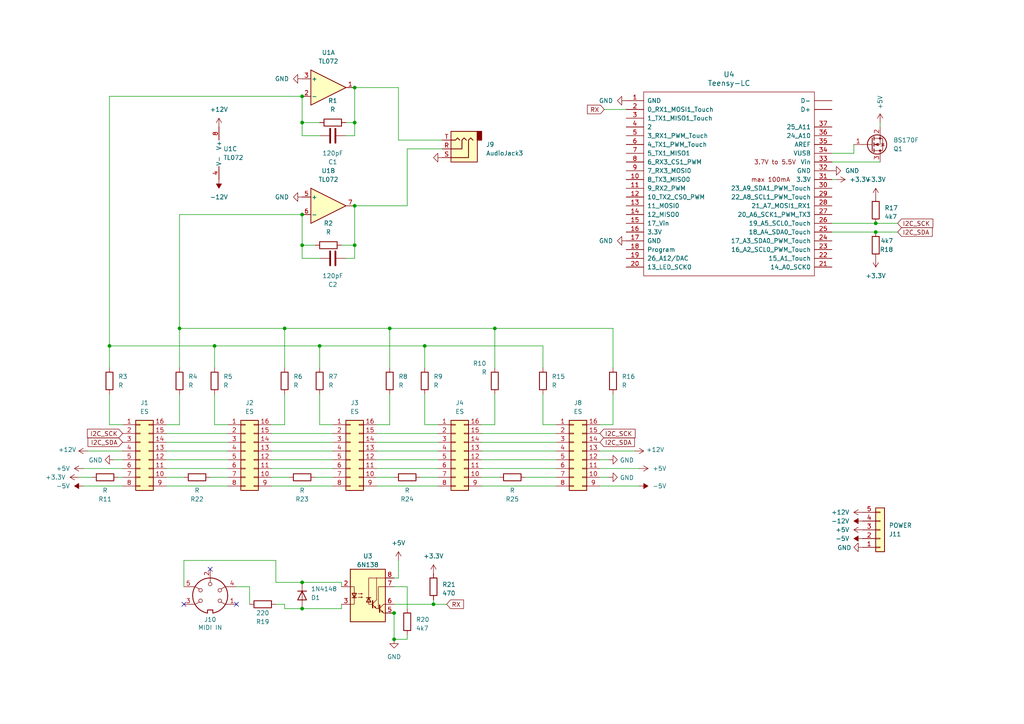
<source format=kicad_sch>
(kicad_sch (version 20230121) (generator eeschema)
  (paper "A4")
  (lib_symbols
    (symbol "Amplifier_Operational:TL072" (pin_names (offset 0.127))
      (property "Reference" "U" (at 0 5.08 0))
      (property "Value" "TL072" (at 0 -5.08 0))
      (symbol "TL072_1_1"
        (polyline (pts (xy -5.08 5.08) (xy 5.08 0) (xy -5.08 -5.08) (xy -5.08 5.08)) (stroke (width 0.254)) (fill (type background)))
        (pin output line (at 7.62 0 180) (length 2.54) (name "~") (number "1"))
        (pin input line (at -7.62 -2.54 0) (length 2.54) (name "-") (number "2"))
        (pin input line (at -7.62 2.54 0) (length 2.54) (name "+") (number "3"))
      )
      (symbol "TL072_2_1"
        (polyline (pts (xy -5.08 5.08) (xy 5.08 0) (xy -5.08 -5.08) (xy -5.08 5.08)) (stroke (width 0.254)) (fill (type background)))
        (pin input line (at -7.62 2.54 0) (length 2.54) (name "+") (number "5"))
        (pin input line (at -7.62 -2.54 0) (length 2.54) (name "-") (number "6"))
        (pin output line (at 7.62 0 180) (length 2.54) (name "~") (number "7"))
      )
      (symbol "TL072_3_1"
        (pin power_in line (at -2.54 -7.62 90) (length 3.81) (name "V-") (number "4"))
        (pin power_in line (at -2.54 7.62 270) (length 3.81) (name "V+") (number "8"))
      )
    )
    (symbol "Connector_Audio:AudioJack3"
      (property "Reference" "J" (at 0 8.89 0))
      (property "Value" "AudioJack3" (at 0 6.35 0))
      (symbol "AudioJack3_0_1"
        (rectangle (start -5.08 -5.08) (end -6.35 -2.54) (stroke (width 0.254)) (fill (type outline)))
        (polyline (pts (xy 0 -2.54) (xy 0.635 -3.175) (xy 1.27 -2.54) (xy 2.54 -2.54)) (stroke (width 0.254)))
        (polyline (pts (xy -1.905 -2.54) (xy -1.27 -3.175) (xy -0.635 -2.54) (xy -0.635 0) (xy 2.54 0)) (stroke (width 0.254)))
        (polyline (pts (xy 2.54 2.54) (xy -2.54 2.54) (xy -2.54 -2.54) (xy -3.175 -3.175) (xy -3.81 -2.54)) (stroke (width 0.254)))
        (rectangle (start 2.54 3.81) (end -5.08 -5.08) (stroke (width 0.254)) (fill (type background)))
      )
      (symbol "AudioJack3_1_1"
        (pin passive line (at 5.08 0 180) (length 2.54) (name "~") (number "R"))
        (pin passive line (at 5.08 2.54 180) (length 2.54) (name "~") (number "S"))
        (pin passive line (at 5.08 -2.54 180) (length 2.54) (name "~") (number "T"))
      )
    )
    (symbol "Connector_Generic:Conn_01x05" (pin_names (offset 1.016) hide)
      (property "Reference" "J" (at 0 7.62 0))
      (property "Value" "Conn_01x05" (at 0 -7.62 0))
      (symbol "Conn_01x05_1_1"
        (rectangle (start -1.27 -4.953) (end 0 -5.207) (stroke (width 0.1524)))
        (rectangle (start -1.27 -2.413) (end 0 -2.667) (stroke (width 0.1524)))
        (rectangle (start -1.27 0.127) (end 0 -0.127) (stroke (width 0.1524)))
        (rectangle (start -1.27 2.667) (end 0 2.413) (stroke (width 0.1524)))
        (rectangle (start -1.27 5.207) (end 0 4.953) (stroke (width 0.1524)))
        (rectangle (start -1.27 6.35) (end 1.27 -6.35) (stroke (width 0.254)) (fill (type background)))
        (pin passive line (at -5.08 5.08 0) (length 3.81) (name "Pin_1") (number "1"))
        (pin passive line (at -5.08 2.54 0) (length 3.81) (name "Pin_2") (number "2"))
        (pin passive line (at -5.08 0 0) (length 3.81) (name "Pin_3") (number "3"))
        (pin passive line (at -5.08 -2.54 0) (length 3.81) (name "Pin_4") (number "4"))
        (pin passive line (at -5.08 -5.08 0) (length 3.81) (name "Pin_5") (number "5"))
      )
    )
    (symbol "Connector_Generic:Conn_02x08_Counter_Clockwise" (pin_names (offset 1.016) hide)
      (property "Reference" "J" (at 1.27 10.16 0))
      (property "Value" "Conn_02x08_Counter_Clockwise" (at 1.27 -12.7 0))
      (symbol "Conn_02x08_Counter_Clockwise_1_1"
        (rectangle (start -1.27 -10.033) (end 0 -10.287) (stroke (width 0.1524)))
        (rectangle (start -1.27 -7.493) (end 0 -7.747) (stroke (width 0.1524)))
        (rectangle (start -1.27 -4.953) (end 0 -5.207) (stroke (width 0.1524)))
        (rectangle (start -1.27 -2.413) (end 0 -2.667) (stroke (width 0.1524)))
        (rectangle (start -1.27 0.127) (end 0 -0.127) (stroke (width 0.1524)))
        (rectangle (start -1.27 2.667) (end 0 2.413) (stroke (width 0.1524)))
        (rectangle (start -1.27 5.207) (end 0 4.953) (stroke (width 0.1524)))
        (rectangle (start -1.27 7.747) (end 0 7.493) (stroke (width 0.1524)))
        (rectangle (start -1.27 8.89) (end 3.81 -11.43) (stroke (width 0.254)) (fill (type background)))
        (rectangle (start 3.81 -10.033) (end 2.54 -10.287) (stroke (width 0.1524)))
        (rectangle (start 3.81 -7.493) (end 2.54 -7.747) (stroke (width 0.1524)))
        (rectangle (start 3.81 -4.953) (end 2.54 -5.207) (stroke (width 0.1524)))
        (rectangle (start 3.81 -2.413) (end 2.54 -2.667) (stroke (width 0.1524)))
        (rectangle (start 3.81 0.127) (end 2.54 -0.127) (stroke (width 0.1524)))
        (rectangle (start 3.81 2.667) (end 2.54 2.413) (stroke (width 0.1524)))
        (rectangle (start 3.81 5.207) (end 2.54 4.953) (stroke (width 0.1524)))
        (rectangle (start 3.81 7.747) (end 2.54 7.493) (stroke (width 0.1524)))
        (pin passive line (at -5.08 7.62 0) (length 3.81) (name "Pin_1") (number "1"))
        (pin passive line (at 7.62 -7.62 180) (length 3.81) (name "Pin_10") (number "10"))
        (pin passive line (at 7.62 -5.08 180) (length 3.81) (name "Pin_11") (number "11"))
        (pin passive line (at 7.62 -2.54 180) (length 3.81) (name "Pin_12") (number "12"))
        (pin passive line (at 7.62 0 180) (length 3.81) (name "Pin_13") (number "13"))
        (pin passive line (at 7.62 2.54 180) (length 3.81) (name "Pin_14") (number "14"))
        (pin passive line (at 7.62 5.08 180) (length 3.81) (name "Pin_15") (number "15"))
        (pin passive line (at 7.62 7.62 180) (length 3.81) (name "Pin_16") (number "16"))
        (pin passive line (at -5.08 5.08 0) (length 3.81) (name "Pin_2") (number "2"))
        (pin passive line (at -5.08 2.54 0) (length 3.81) (name "Pin_3") (number "3"))
        (pin passive line (at -5.08 0 0) (length 3.81) (name "Pin_4") (number "4"))
        (pin passive line (at -5.08 -2.54 0) (length 3.81) (name "Pin_5") (number "5"))
        (pin passive line (at -5.08 -5.08 0) (length 3.81) (name "Pin_6") (number "6"))
        (pin passive line (at -5.08 -7.62 0) (length 3.81) (name "Pin_7") (number "7"))
        (pin passive line (at -5.08 -10.16 0) (length 3.81) (name "Pin_8") (number "8"))
        (pin passive line (at 7.62 -10.16 180) (length 3.81) (name "Pin_9") (number "9"))
      )
    )
    (symbol "Device:C" (pin_numbers hide) (pin_names (offset 0.254))
      (property "Reference" "C" (at 0.635 2.54 0))
      (property "Value" "C" (at 0.635 -2.54 0))
      (symbol "C_0_1"
        (polyline (pts (xy -2.032 -0.762) (xy 2.032 -0.762)) (stroke (width 0.508)))
        (polyline (pts (xy -2.032 0.762) (xy 2.032 0.762)) (stroke (width 0.508)))
      )
      (symbol "C_1_1"
        (pin passive line (at 0 3.81 270) (length 2.794) (name "~") (number "1"))
        (pin passive line (at 0 -3.81 90) (length 2.794) (name "~") (number "2"))
      )
    )
    (symbol "Device:D" (pin_numbers hide) (pin_names (offset 1.016) hide)
      (property "Reference" "D" (at 0 2.54 0))
      (property "Value" "D" (at 0 -2.54 0))
      (symbol "D_0_1"
        (polyline (pts (xy -1.27 1.27) (xy -1.27 -1.27)) (stroke (width 0.254)))
        (polyline (pts (xy 1.27 0) (xy -1.27 0)))
        (polyline (pts (xy 1.27 1.27) (xy 1.27 -1.27) (xy -1.27 0) (xy 1.27 1.27)) (stroke (width 0.254)))
      )
      (symbol "D_1_1"
        (pin passive line (at -3.81 0 0) (length 2.54) (name "K") (number "1"))
        (pin passive line (at 3.81 0 180) (length 2.54) (name "A") (number "2"))
      )
    )
    (symbol "Device:R" (pin_numbers hide) (pin_names (offset 0))
      (property "Reference" "R" (at 2.032 0 90))
      (property "Value" "R" (at 0 0 90))
      (symbol "R_0_1"
        (rectangle (start -1.016 -2.54) (end 1.016 2.54) (stroke (width 0.254)))
      )
      (symbol "R_1_1"
        (pin passive line (at 0 3.81 270) (length 1.27) (name "~") (number "1"))
        (pin passive line (at 0 -3.81 90) (length 1.27) (name "~") (number "2"))
      )
    )
    (symbol "ES1-rescue:DIN-5-MIDI" (pin_names (offset 1.016))
      (property "Reference" "J" (at 3.175 5.715 0))
      (property "Value" "MIDI_DIN-5" (at 0 -6.35 0))
      (symbol "DIN-5-MIDI_0_1"
        (arc (start -5.08 0) (mid -3.8609 -3.3364) (end -0.762 -5.08) (stroke (width 0.254)))
        (circle (center -2.794 -1.524) (radius 0.508))
        (circle (center -2.794 1.524) (radius 0.508))
        (polyline (pts (xy 0 5.08) (xy 0 3.81)))
        (polyline (pts (xy -5.08 -2.54) (xy -4.318 -2.54) (xy -3.175 -1.905)))
        (polyline (pts (xy -5.08 2.54) (xy -4.318 2.54) (xy -3.175 1.905)))
        (polyline (pts (xy 5.08 -2.54) (xy 4.318 -2.54) (xy 3.175 -1.905)))
        (polyline (pts (xy 5.08 2.54) (xy 4.318 2.54) (xy 3.175 1.905)))
        (polyline (pts (xy -0.762 -4.953) (xy -0.762 -4.191) (xy 0.762 -4.191) (xy 0.762 -4.953)) (stroke (width 0.254)))
        (circle (center 0 3.302) (radius 0.508))
        (arc (start 0.762 -5.08) (mid 3.8685 -3.343) (end 5.08 0) (stroke (width 0.254)))
        (circle (center 2.794 -1.524) (radius 0.508))
        (circle (center 2.794 1.524) (radius 0.508))
        (arc (start 5.08 0) (mid 0 5.0579) (end -5.08 0) (stroke (width 0.254)))
      )
      (symbol "DIN-5-MIDI_1_1"
        (pin passive line (at 7.62 -2.54 180) (length 2.54) (name "~") (number "1"))
        (pin passive line (at 0 7.62 270) (length 2.54) (name "~") (number "2"))
        (pin passive line (at -7.62 -2.54 0) (length 2.54) (name "~") (number "3"))
        (pin passive line (at 7.62 2.54 180) (length 2.54) (name "~") (number "4"))
        (pin passive line (at -7.62 2.54 0) (length 2.54) (name "~") (number "5"))
      )
    )
    (symbol "Isolator:6N138" (pin_names (offset 1.016) hide)
      (property "Reference" "U" (at -4.064 8.89 0))
      (property "Value" "6N138" (at 2.286 8.89 0))
      (symbol "6N138_0_1"
        (rectangle (start -5.08 7.62) (end 5.08 -7.62) (stroke (width 0.254)) (fill (type background)))
        (polyline (pts (xy -4.572 -0.635) (xy -3.302 -0.635)) (stroke (width 0.254)))
        (polyline (pts (xy 0.889 -0.635) (xy -0.381 -0.635)) (stroke (width 0.254)))
        (polyline (pts (xy 1.397 -2.667) (xy 2.54 -3.81)))
        (polyline (pts (xy 1.397 -2.413) (xy 2.54 -1.27)))
        (polyline (pts (xy 2.54 -3.81) (xy 3.175 -3.81)))
        (polyline (pts (xy 3.429 -3.937) (xy 4.572 -5.08)))
        (polyline (pts (xy 3.429 -3.683) (xy 4.572 -2.54)))
        (polyline (pts (xy 4.572 -5.08) (xy 5.08 -5.08)))
        (polyline (pts (xy 4.572 -2.54) (xy 5.08 -2.54)))
        (polyline (pts (xy 1.397 -1.524) (xy 1.397 -3.556) (xy 1.397 -3.556)) (stroke (width 0.3556)))
        (polyline (pts (xy 2.54 -1.27) (xy 2.54 5.08) (xy 5.08 5.08)))
        (polyline (pts (xy 3.429 -2.794) (xy 3.429 -4.826) (xy 3.429 -4.826)) (stroke (width 0.3556)))
        (polyline (pts (xy 5.08 2.54) (xy 3.048 2.54) (xy 3.048 -3.81)))
        (polyline (pts (xy -5.08 -2.54) (xy -3.937 -2.54) (xy -3.937 2.54) (xy -5.08 2.54)))
        (polyline (pts (xy -3.937 -0.635) (xy -4.572 0.635) (xy -3.302 0.635) (xy -3.937 -0.635)) (stroke (width 0.254)))
        (polyline (pts (xy 0.254 -0.635) (xy 0.889 -1.905) (xy -0.381 -1.905) (xy 0.254 -0.635)) (stroke (width 0.254)))
        (polyline (pts (xy 1.27 -2.54) (xy 0.254 -2.54) (xy 0.254 5.08) (xy 2.54 5.08)))
        (polyline (pts (xy 2.413 -3.683) (xy 2.159 -3.175) (xy 1.905 -3.429) (xy 2.413 -3.683)))
        (polyline (pts (xy 4.445 -4.953) (xy 4.191 -4.445) (xy 3.937 -4.699) (xy 4.445 -4.953)))
        (polyline (pts (xy -2.794 -0.508) (xy -1.524 -0.508) (xy -1.905 -0.635) (xy -1.905 -0.381) (xy -1.524 -0.508)))
        (polyline (pts (xy -2.794 0.508) (xy -1.524 0.508) (xy -1.905 0.381) (xy -1.905 0.635) (xy -1.524 0.508)))
      )
      (symbol "6N138_1_1"
        (pin no_connect line (at -5.08 5.08 0) (length 2.54) hide (name "NC") (number "1"))
        (pin passive line (at -7.62 2.54 0) (length 2.54) (name "C1") (number "2"))
        (pin passive line (at -7.62 -2.54 0) (length 2.54) (name "C2") (number "3"))
        (pin no_connect line (at -5.08 -5.08 0) (length 2.54) hide (name "NC") (number "4"))
        (pin passive line (at 7.62 -5.08 180) (length 2.54) (name "GND") (number "5"))
        (pin passive line (at 7.62 -2.54 180) (length 2.54) (name "VO2") (number "6"))
        (pin passive line (at 7.62 2.54 180) (length 2.54) (name "VO1") (number "7"))
        (pin passive line (at 7.62 5.08 180) (length 2.54) (name "VCC") (number "8"))
      )
    )
    (symbol "Transistor_FET:BS170F" (pin_names hide)
      (property "Reference" "Q" (at 5.08 1.905 0))
      (property "Value" "BS170F" (at 5.08 0 0))
      (symbol "BS170F_0_1"
        (polyline (pts (xy 0.254 0) (xy -2.54 0)))
        (polyline (pts (xy 0.254 1.905) (xy 0.254 -1.905)) (stroke (width 0.254)))
        (polyline (pts (xy 0.762 -1.27) (xy 0.762 -2.286)) (stroke (width 0.254)))
        (polyline (pts (xy 0.762 0.508) (xy 0.762 -0.508)) (stroke (width 0.254)))
        (polyline (pts (xy 0.762 2.286) (xy 0.762 1.27)) (stroke (width 0.254)))
        (polyline (pts (xy 2.54 2.54) (xy 2.54 1.778)))
        (polyline (pts (xy 2.54 -2.54) (xy 2.54 0) (xy 0.762 0)))
        (polyline (pts (xy 0.762 -1.778) (xy 3.302 -1.778) (xy 3.302 1.778) (xy 0.762 1.778)))
        (polyline (pts (xy 1.016 0) (xy 2.032 0.381) (xy 2.032 -0.381) (xy 1.016 0)) (fill (type outline)))
        (polyline (pts (xy 2.794 0.508) (xy 2.921 0.381) (xy 3.683 0.381) (xy 3.81 0.254)))
        (polyline (pts (xy 3.302 0.381) (xy 2.921 -0.254) (xy 3.683 -0.254) (xy 3.302 0.381)))
        (circle (center 1.651 0) (radius 2.794) (stroke (width 0.254)))
        (circle (center 2.54 -1.778) (radius 0.254) (fill (type outline)))
        (circle (center 2.54 1.778) (radius 0.254) (fill (type outline)))
      )
      (symbol "BS170F_1_1"
        (pin input line (at -5.08 0 0) (length 2.54) (name "G") (number "1"))
        (pin passive line (at 2.54 -5.08 90) (length 2.54) (name "S") (number "2"))
        (pin passive line (at 2.54 5.08 270) (length 2.54) (name "D") (number "3"))
      )
    )
    (symbol "power:+12V" (power) (pin_names (offset 0))
      (property "Value" "+12V" (at 0 3.556 0))
      (symbol "+12V_0_1"
        (polyline (pts (xy -0.762 1.27) (xy 0 2.54)))
        (polyline (pts (xy 0 0) (xy 0 2.54)))
        (polyline (pts (xy 0 2.54) (xy 0.762 1.27)))
      )
      (symbol "+12V_1_1"
        (pin power_in line (at 0 0 90) (length 0) hide (name "+12V") (number "1"))
      )
    )
    (symbol "power:+3.3V" (power) (pin_names (offset 0))
      (property "Value" "+3.3V" (at 0 3.556 0))
      (symbol "+3.3V_0_1"
        (polyline (pts (xy -0.762 1.27) (xy 0 2.54)))
        (polyline (pts (xy 0 0) (xy 0 2.54)))
        (polyline (pts (xy 0 2.54) (xy 0.762 1.27)))
      )
      (symbol "+3.3V_1_1"
        (pin power_in line (at 0 0 90) (length 0) hide (name "+3.3V") (number "1"))
      )
    )
    (symbol "power:+5V" (power) (pin_names (offset 0))
      (property "Value" "+5V" (at 0 3.556 0))
      (symbol "+5V_0_1"
        (polyline (pts (xy -0.762 1.27) (xy 0 2.54)))
        (polyline (pts (xy 0 0) (xy 0 2.54)))
        (polyline (pts (xy 0 2.54) (xy 0.762 1.27)))
      )
      (symbol "+5V_1_1"
        (pin power_in line (at 0 0 90) (length 0) hide (name "+5V") (number "1"))
      )
    )
    (symbol "power:-12V" (power) (pin_names (offset 0))
      (property "Value" "-12V" (at 0 3.81 0))
      (symbol "-12V_0_0"
        (pin power_in line (at 0 0 90) (length 0) hide (name "-12V") (number "1"))
      )
      (symbol "-12V_0_1"
        (polyline (pts (xy 0 0) (xy 0 1.27) (xy 0.762 1.27) (xy 0 2.54) (xy -0.762 1.27) (xy 0 1.27)) (fill (type outline)))
      )
    )
    (symbol "power:-5V" (power) (pin_names (offset 0))
      (property "Value" "-5V" (at 0 3.81 0))
      (symbol "-5V_0_0"
        (pin power_in line (at 0 0 90) (length 0) hide (name "-5V") (number "1"))
      )
      (symbol "-5V_0_1"
        (polyline (pts (xy 0 0) (xy 0 1.27) (xy 0.762 1.27) (xy 0 2.54) (xy -0.762 1.27) (xy 0 1.27)) (fill (type outline)))
      )
    )
    (symbol "power:GND" (power) (pin_names (offset 0))
      (property "Value" "GND" (at 0 -3.81 0))
      (symbol "GND_0_1"
        (polyline (pts (xy 0 0) (xy 0 -1.27) (xy 1.27 -1.27) (xy 0 -2.54) (xy -1.27 -1.27) (xy 0 -1.27)))
      )
      (symbol "GND_1_1"
        (pin power_in line (at 0 0 270) (length 0) hide (name "GND") (number "1"))
      )
    )
    (symbol "teensy:Teensy-LC" (pin_names (offset 1.016))
      (property "Reference" "U" (at 0 29.21 0))
      (property "Value" "Teensy-LC" (at 0 -29.21 0))
      (symbol "Teensy-LC_0_0"
        (text "3.7V to 5.5V" (at 13.97 6.35 0) (effects (font (size 1.27 1.27))))
        (text "max 100mA" (at 12.7 1.27 0) (effects (font (size 1.27 1.27))))
      )
      (symbol "Teensy-LC_0_1"
        (rectangle (start -24.13 26.67) (end 25.4 -26.67))
      )
      (symbol "Teensy-LC_1_1"
        (pin power_in line (at -29.21 24.13 0) (length 5.08) (name "GND") (number "1"))
        (pin bidirectional line (at -29.21 1.27 0) (length 5.08) (name "8_TX3_MISO0") (number "10"))
        (pin bidirectional line (at -29.21 -1.27 0) (length 5.08) (name "9_RX2_PWM") (number "11"))
        (pin bidirectional line (at -29.21 -3.81 0) (length 5.08) (name "10_TX2_CS0_PWM") (number "12"))
        (pin bidirectional line (at -29.21 -6.35 0) (length 5.08) (name "11_MOSI0") (number "13"))
        (pin bidirectional line (at -29.21 -8.89 0) (length 5.08) (name "12_MISO0") (number "14"))
        (pin output line (at -29.21 -11.43 0) (length 5.08) (name "17_Vin") (number "15"))
        (pin power_in line (at -29.21 -13.97 0) (length 5.08) (name "3.3V") (number "16"))
        (pin power_in line (at -29.21 -16.51 0) (length 5.08) (name "GND") (number "17"))
        (pin input line (at -29.21 -19.05 0) (length 5.08) (name "Program") (number "18"))
        (pin bidirectional line (at -29.21 -21.59 0) (length 5.08) (name "26_A12/DAC") (number "19"))
        (pin bidirectional line (at -29.21 21.59 0) (length 5.08) (name "0_RX1_MOSI1_Touch") (number "2"))
        (pin bidirectional line (at -29.21 -24.13 0) (length 5.08) (name "13_LED_SCK0") (number "20"))
        (pin bidirectional line (at 30.48 -24.13 180) (length 5.08) (name "14_A0_SCK0") (number "21"))
        (pin bidirectional line (at 30.48 -21.59 180) (length 5.08) (name "15_A1_Touch") (number "22"))
        (pin bidirectional line (at 30.48 -19.05 180) (length 5.08) (name "16_A2_SCL0_PWM_Touch") (number "23"))
        (pin bidirectional line (at 30.48 -16.51 180) (length 5.08) (name "17_A3_SDA0_PWM_Touch") (number "24"))
        (pin bidirectional line (at 30.48 -13.97 180) (length 5.08) (name "18_A4_SDA0_Touch") (number "25"))
        (pin bidirectional line (at 30.48 -11.43 180) (length 5.08) (name "19_A5_SCL0_Touch") (number "26"))
        (pin bidirectional line (at 30.48 -8.89 180) (length 5.08) (name "20_A6_SCK1_PWM_TX3") (number "27"))
        (pin bidirectional line (at 30.48 -6.35 180) (length 5.08) (name "21_A7_MOSI1_RX1") (number "28"))
        (pin bidirectional line (at 30.48 -3.81 180) (length 5.08) (name "22_A8_SCL1_PWM_Touch") (number "29"))
        (pin bidirectional line (at -29.21 19.05 0) (length 5.08) (name "1_TX1_MISO1_Touch") (number "3"))
        (pin bidirectional line (at 30.48 -1.27 180) (length 5.08) (name "23_A9_SDA1_PWM_Touch") (number "30"))
        (pin power_out line (at 30.48 1.27 180) (length 5.08) (name "3.3V") (number "31"))
        (pin power_in line (at 30.48 3.81 180) (length 5.08) (name "GND") (number "32"))
        (pin power_in line (at 30.48 6.35 180) (length 5.08) (name "Vin") (number "33"))
        (pin power_in line (at 30.48 8.89 180) (length 5.08) (name "VUSB") (number "34"))
        (pin input line (at 30.48 11.43 180) (length 5.08) (name "AREF") (number "35"))
        (pin bidirectional line (at 30.48 13.97 180) (length 5.08) (name "24_A10") (number "36"))
        (pin bidirectional line (at 30.48 16.51 180) (length 5.08) (name "25_A11") (number "37"))
        (pin bidirectional line (at -29.21 16.51 0) (length 5.08) (name "2") (number "4"))
        (pin bidirectional line (at -29.21 13.97 0) (length 5.08) (name "3_RX1_PWM_Touch") (number "5"))
        (pin bidirectional line (at -29.21 11.43 0) (length 5.08) (name "4_TX1_PWM_Touch") (number "6"))
        (pin bidirectional line (at -29.21 8.89 0) (length 5.08) (name "5_TX1_MISO1") (number "7"))
        (pin bidirectional line (at -29.21 6.35 0) (length 5.08) (name "6_RX3_CS1_PWM") (number "8"))
        (pin bidirectional line (at -29.21 3.81 0) (length 5.08) (name "7_RX3_MOSI0") (number "9"))
        (pin bidirectional line (at 30.48 21.59 180) (length 5.08) (name "D+") (number "~"))
        (pin bidirectional line (at 30.48 24.13 180) (length 5.08) (name "D-") (number "~"))
      )
    )
  )
  (junction (at 143.51 95.25))
  (junction (at 62.23 100.33))
  (junction (at 123.19 100.33))
  (junction (at 113.03 95.25))
  (junction (at 102.87 35.56))
  (junction (at 102.87 59.69))
  (junction (at 52.07 95.25))
  (junction (at 102.87 25.4))
  (junction (at 254 67.31))
  (junction (at 87.63 71.12))
  (junction (at 254 64.77))
  (junction (at 114.3 185.42))
  (junction (at 87.63 176.53))
  (junction (at 87.63 168.91))
  (junction (at 102.87 71.12))
  (junction (at 87.63 62.23))
  (junction (at 82.55 95.25))
  (junction (at 125.73 175.26))
  (junction (at 87.63 35.56))
  (junction (at 87.63 27.94))
  (junction (at 31.75 100.33))
  (junction (at 114.3 177.8))
  (junction (at 92.71 100.33))
  (no_connect (at 68.58 175.26))
  (no_connect (at 53.34 175.26))
  (no_connect (at 60.96 165.1))
  (wire (pts (xy 139.7 135.89) (xy 161.29 135.89)))
  (wire (pts (xy 260.35 64.77) (xy 254 64.77)))
  (wire (pts (xy 143.51 95.25) (xy 143.51 106.68)))
  (wire (pts (xy 92.71 100.33) (xy 123.19 100.33)))
  (wire (pts (xy 255.27 36.83) (xy 255.27 35.56)))
  (wire (pts (xy 92.71 100.33) (xy 92.71 106.68)))
  (wire (pts (xy 127 123.19) (xy 123.19 123.19)))
  (wire (pts (xy 118.11 184.15) (xy 118.11 185.42)))
  (wire (pts (xy 102.87 25.4) (xy 115.57 25.4)))
  (wire (pts (xy 176.53 133.35) (xy 173.99 133.35)))
  (wire (pts (xy 100.33 74.93) (xy 102.87 74.93)))
  (wire (pts (xy 247.65 44.45) (xy 247.65 41.91)))
  (wire (pts (xy 115.57 40.64) (xy 128.27 40.64)))
  (wire (pts (xy 87.63 74.93) (xy 87.63 71.12)))
  (wire (pts (xy 96.52 123.19) (xy 92.71 123.19)))
  (wire (pts (xy 114.3 175.26) (xy 125.73 175.26)))
  (wire (pts (xy 82.55 175.26) (xy 80.01 175.26)))
  (wire (pts (xy 52.07 95.25) (xy 52.07 62.23)))
  (wire (pts (xy 173.99 123.19) (xy 177.8 123.19)))
  (wire (pts (xy 92.71 35.56) (xy 87.63 35.56)))
  (wire (pts (xy 113.03 123.19) (xy 113.03 114.3)))
  (wire (pts (xy 115.57 167.64) (xy 114.3 167.64)))
  (wire (pts (xy 52.07 123.19) (xy 52.07 114.3)))
  (wire (pts (xy 25.4 130.81) (xy 35.56 130.81)))
  (wire (pts (xy 91.44 138.43) (xy 96.52 138.43)))
  (wire (pts (xy 241.3 46.99) (xy 255.27 46.99)))
  (wire (pts (xy 78.74 125.73) (xy 96.52 125.73)))
  (wire (pts (xy 62.23 123.19) (xy 62.23 114.3)))
  (wire (pts (xy 113.03 95.25) (xy 143.51 95.25)))
  (wire (pts (xy 48.26 135.89) (xy 66.04 135.89)))
  (wire (pts (xy 87.63 35.56) (xy 87.63 27.94)))
  (wire (pts (xy 48.26 130.81) (xy 66.04 130.81)))
  (wire (pts (xy 87.63 176.53) (xy 82.55 176.53)))
  (wire (pts (xy 139.7 123.19) (xy 143.51 123.19)))
  (wire (pts (xy 78.74 130.81) (xy 96.52 130.81)))
  (wire (pts (xy 87.63 71.12) (xy 87.63 62.23)))
  (wire (pts (xy 99.06 168.91) (xy 99.06 170.18)))
  (wire (pts (xy 102.87 35.56) (xy 100.33 35.56)))
  (wire (pts (xy 177.8 106.68) (xy 177.8 95.25)))
  (wire (pts (xy 53.34 170.18) (xy 53.34 162.56)))
  (wire (pts (xy 123.19 100.33) (xy 157.48 100.33)))
  (wire (pts (xy 109.22 128.27) (xy 127 128.27)))
  (wire (pts (xy 139.7 125.73) (xy 161.29 125.73)))
  (wire (pts (xy 109.22 138.43) (xy 114.3 138.43)))
  (wire (pts (xy 92.71 39.37) (xy 87.63 39.37)))
  (wire (pts (xy 118.11 43.18) (xy 128.27 43.18)))
  (wire (pts (xy 82.55 176.53) (xy 82.55 175.26)))
  (wire (pts (xy 52.07 106.68) (xy 52.07 95.25)))
  (wire (pts (xy 102.87 71.12) (xy 99.06 71.12)))
  (wire (pts (xy 109.22 133.35) (xy 127 133.35)))
  (wire (pts (xy 143.51 123.19) (xy 143.51 114.3)))
  (wire (pts (xy 48.26 123.19) (xy 52.07 123.19)))
  (wire (pts (xy 87.63 168.91) (xy 99.06 168.91)))
  (wire (pts (xy 48.26 128.27) (xy 66.04 128.27)))
  (wire (pts (xy 102.87 59.69) (xy 118.11 59.69)))
  (wire (pts (xy 82.55 95.25) (xy 82.55 106.68)))
  (wire (pts (xy 175.26 31.75) (xy 181.61 31.75)))
  (wire (pts (xy 254 64.77) (xy 241.3 64.77)))
  (wire (pts (xy 185.42 140.97) (xy 173.99 140.97)))
  (wire (pts (xy 22.86 138.43) (xy 26.67 138.43)))
  (wire (pts (xy 113.03 177.8) (xy 114.3 177.8)))
  (wire (pts (xy 254 67.31) (xy 241.3 67.31)))
  (wire (pts (xy 118.11 43.18) (xy 118.11 59.69)))
  (wire (pts (xy 78.74 138.43) (xy 83.82 138.43)))
  (wire (pts (xy 109.22 140.97) (xy 127 140.97)))
  (wire (pts (xy 80.01 162.56) (xy 80.01 168.91)))
  (wire (pts (xy 48.26 125.73) (xy 66.04 125.73)))
  (wire (pts (xy 100.33 39.37) (xy 102.87 39.37)))
  (wire (pts (xy 82.55 95.25) (xy 113.03 95.25)))
  (wire (pts (xy 82.55 123.19) (xy 82.55 114.3)))
  (wire (pts (xy 34.29 138.43) (xy 35.56 138.43)))
  (wire (pts (xy 260.35 67.31) (xy 254 67.31)))
  (wire (pts (xy 102.87 39.37) (xy 102.87 35.56)))
  (wire (pts (xy 78.74 128.27) (xy 96.52 128.27)))
  (wire (pts (xy 31.75 100.33) (xy 31.75 27.94)))
  (wire (pts (xy 109.22 130.81) (xy 127 130.81)))
  (wire (pts (xy 115.57 25.4) (xy 115.57 40.64)))
  (wire (pts (xy 109.22 135.89) (xy 127 135.89)))
  (wire (pts (xy 78.74 135.89) (xy 96.52 135.89)))
  (wire (pts (xy 139.7 138.43) (xy 144.78 138.43)))
  (wire (pts (xy 123.19 123.19) (xy 123.19 114.3)))
  (wire (pts (xy 31.75 27.94) (xy 87.63 27.94)))
  (wire (pts (xy 99.06 175.26) (xy 99.06 176.53)))
  (wire (pts (xy 92.71 74.93) (xy 87.63 74.93)))
  (wire (pts (xy 121.92 138.43) (xy 127 138.43)))
  (wire (pts (xy 114.3 185.42) (xy 118.11 185.42)))
  (wire (pts (xy 92.71 123.19) (xy 92.71 114.3)))
  (wire (pts (xy 87.63 39.37) (xy 87.63 35.56)))
  (wire (pts (xy 109.22 123.19) (xy 113.03 123.19)))
  (wire (pts (xy 143.51 95.25) (xy 177.8 95.25)))
  (wire (pts (xy 24.13 140.97) (xy 35.56 140.97)))
  (wire (pts (xy 184.15 130.81) (xy 173.99 130.81)))
  (wire (pts (xy 48.26 138.43) (xy 53.34 138.43)))
  (wire (pts (xy 78.74 123.19) (xy 82.55 123.19)))
  (wire (pts (xy 52.07 95.25) (xy 82.55 95.25)))
  (wire (pts (xy 102.87 74.93) (xy 102.87 71.12)))
  (wire (pts (xy 161.29 123.19) (xy 157.48 123.19)))
  (wire (pts (xy 24.13 135.89) (xy 35.56 135.89)))
  (wire (pts (xy 87.63 176.53) (xy 99.06 176.53)))
  (wire (pts (xy 102.87 59.69) (xy 102.87 71.12)))
  (wire (pts (xy 152.4 138.43) (xy 161.29 138.43)))
  (wire (pts (xy 241.3 52.07) (xy 242.57 52.07)))
  (wire (pts (xy 125.73 175.26) (xy 129.54 175.26)))
  (wire (pts (xy 114.3 177.8) (xy 114.3 185.42)))
  (wire (pts (xy 52.07 62.23) (xy 87.63 62.23)))
  (wire (pts (xy 62.23 106.68) (xy 62.23 100.33)))
  (wire (pts (xy 35.56 123.19) (xy 31.75 123.19)))
  (wire (pts (xy 118.11 176.53) (xy 118.11 170.18)))
  (wire (pts (xy 185.42 135.89) (xy 173.99 135.89)))
  (wire (pts (xy 62.23 100.33) (xy 92.71 100.33)))
  (wire (pts (xy 91.44 71.12) (xy 87.63 71.12)))
  (wire (pts (xy 177.8 123.19) (xy 177.8 114.3)))
  (wire (pts (xy 102.87 25.4) (xy 102.87 35.56)))
  (wire (pts (xy 123.19 100.33) (xy 123.19 106.68)))
  (wire (pts (xy 80.01 168.91) (xy 87.63 168.91)))
  (wire (pts (xy 31.75 123.19) (xy 31.75 114.3)))
  (wire (pts (xy 48.26 133.35) (xy 66.04 133.35)))
  (wire (pts (xy 66.04 123.19) (xy 62.23 123.19)))
  (wire (pts (xy 31.75 106.68) (xy 31.75 100.33)))
  (wire (pts (xy 78.74 133.35) (xy 96.52 133.35)))
  (wire (pts (xy 139.7 130.81) (xy 161.29 130.81)))
  (wire (pts (xy 53.34 162.56) (xy 80.01 162.56)))
  (wire (pts (xy 139.7 140.97) (xy 161.29 140.97)))
  (wire (pts (xy 113.03 95.25) (xy 113.03 106.68)))
  (wire (pts (xy 109.22 125.73) (xy 127 125.73)))
  (wire (pts (xy 125.73 173.99) (xy 125.73 175.26)))
  (wire (pts (xy 241.3 44.45) (xy 247.65 44.45)))
  (wire (pts (xy 62.23 100.33) (xy 31.75 100.33)))
  (wire (pts (xy 33.02 133.35) (xy 35.56 133.35)))
  (wire (pts (xy 68.58 170.18) (xy 72.39 170.18)))
  (wire (pts (xy 157.48 100.33) (xy 157.48 106.68)))
  (wire (pts (xy 139.7 128.27) (xy 161.29 128.27)))
  (wire (pts (xy 48.26 140.97) (xy 66.04 140.97)))
  (wire (pts (xy 72.39 170.18) (xy 72.39 175.26)))
  (wire (pts (xy 115.57 162.56) (xy 115.57 167.64)))
  (wire (pts (xy 78.74 140.97) (xy 96.52 140.97)))
  (wire (pts (xy 157.48 123.19) (xy 157.48 114.3)))
  (wire (pts (xy 60.96 138.43) (xy 66.04 138.43)))
  (wire (pts (xy 176.53 138.43) (xy 173.99 138.43)))
  (wire (pts (xy 139.7 133.35) (xy 161.29 133.35)))
  (wire (pts (xy 118.11 170.18) (xy 114.3 170.18)))
  (global_label "I2C_SCK" (shape input) (at 173.99 125.73 0) (property "Intersheetrefs" "${INTERSHEET_REFS}" (effects hide)))
  (global_label "RX" (shape input) (at 129.54 175.26 0) (property "Intersheetrefs" "${INTERSHEET_REFS}" (effects hide)))
  (global_label "I2C_SDA" (shape input) (at 173.99 128.27 0) (property "Intersheetrefs" "${INTERSHEET_REFS}" (effects hide)))
  (global_label "I2C_SCK" (shape input) (at 35.56 125.73 180) (property "Intersheetrefs" "${INTERSHEET_REFS}" (effects hide)))
  (global_label "I2C_SDA" (shape input) (at 35.56 128.27 180) (property "Intersheetrefs" "${INTERSHEET_REFS}" (effects hide)))
  (global_label "RX" (shape input) (at 175.26 31.75 180) (property "Intersheetrefs" "${INTERSHEET_REFS}" (effects hide)))
  (global_label "I2C_SDA" (shape input) (at 260.35 67.31 0) (property "Intersheetrefs" "${INTERSHEET_REFS}" (effects hide)))
  (global_label "I2C_SCK" (shape input) (at 260.35 64.77 0) (property "Intersheetrefs" "${INTERSHEET_REFS}" (effects hide)))
  (symbol (lib_id "power:GND") (at 128.27 45.72 270) (unit 1)
    (property "Reference" "#PWR011" (effects hide))
    (property "Value" "GND" (effects hide))
  )
  (symbol (lib_id "Device:R") (at 118.11 180.34 0) (unit 1)
    (property "Reference" "R20" (at 120.65 179.705 0) (effects (justify left)))
    (property "Value" "4k7" (at 120.65 182.245 0) (effects (justify left)))
    (property "Footprint" "Resistor_THT:R_Axial_DIN0204_L3.6mm_D1.6mm_P7.62mm_Horizontal" (effects hide))
  )
  (symbol (lib_id "power:+5V") (at 24.13 135.89 90) (unit 1)
    (property "Reference" "#PWR01" (effects hide))
    (property "Value" "+5V" (at 20.32 135.89 90) (effects (justify left)))
  )
  (symbol (lib_id "power:-5V") (at 250.19 156.21 90) (unit 1)
    (property "Reference" "#PWR031" (effects hide))
    (property "Value" "-5V" (at 246.38 156.21 90) (effects (justify left)))
  )
  (symbol (lib_id "Connector_Generic:Conn_02x08_Counter_Clockwise") (at 101.6 130.81 0) (unit 1)
    (property "Reference" "J3" (at 102.87 116.84 0))
    (property "Value" "ES" (at 102.87 119.38 0))
    (property "Footprint" "SYNTHFILLE:DIP-16_AS" (effects hide))
  )
  (symbol (lib_id "power:+5V") (at 255.27 35.56 0) (unit 1)
    (property "Reference" "#PWR033" (effects hide))
    (property "Value" "+5V" (at 255.27 31.75 90) (effects (justify left)))
  )
  (symbol (lib_id "Device:R") (at 125.73 170.18 0) (unit 1)
    (property "Reference" "R21" (at 128.27 169.545 0) (effects (justify left)))
    (property "Value" "470" (at 128.27 172.085 0) (effects (justify left)))
    (property "Footprint" "Resistor_THT:R_Axial_DIN0204_L3.6mm_D1.6mm_P7.62mm_Horizontal" (effects hide))
  )
  (symbol (lib_id "Device:R") (at 95.25 71.12 90) (unit 1)
    (property "Reference" "R2" (at 95.25 64.77 90))
    (property "Value" "R" (at 95.25 67.31 90))
    (property "Footprint" "Resistor_THT:R_Axial_DIN0204_L3.6mm_D1.6mm_P7.62mm_Horizontal" (effects hide))
  )
  (symbol (lib_id "power:GND") (at 181.61 69.85 270) (unit 1)
    (property "Reference" "#PWR021" (effects hide))
    (property "Value" "GND" (at 177.8 69.85 90) (effects (justify right)))
  )
  (symbol (lib_id "Device:C") (at 96.52 39.37 90) (mirror x) (unit 1)
    (property "Reference" "C1" (at 96.52 46.99 90))
    (property "Value" "120pF" (at 96.52 44.45 90))
    (property "Footprint" "Capacitor_THT:C_Disc_D4.3mm_W1.9mm_P5.00mm" (effects hide))
  )
  (symbol (lib_id "power:+3.3V") (at 242.57 52.07 270) (unit 1)
    (property "Reference" "#PWR017" (effects hide))
    (property "Value" "+3.3V" (at 246.38 52.07 90) (effects (justify left)))
  )
  (symbol (lib_id "Isolator:6N138") (at 106.68 172.72 0) (unit 1)
    (property "Reference" "U3" (at 106.68 161.29 0))
    (property "Value" "6N138" (at 106.68 163.83 0))
    (property "Footprint" "Package_DIP:DIP-8_W7.62mm_LongPads" (effects hide))
    (property "Datasheet" "http://www.onsemi.com/pub/Collateral/HCPL2731-D.pdf" (effects hide))
  )
  (symbol (lib_id "power:GND") (at 87.63 57.15 270) (unit 1)
    (property "Reference" "#PWR010" (effects hide))
    (property "Value" "GND" (at 83.82 57.15 90) (effects (justify right)))
  )
  (symbol (lib_id "power:GND") (at 241.3 49.53 90) (unit 1)
    (property "Reference" "#PWR022" (effects hide))
    (property "Value" "GND" (at 245.11 49.53 90) (effects (justify right)))
  )
  (symbol (lib_id "Device:R") (at 87.63 138.43 90) (mirror x) (unit 1)
    (property "Reference" "R23" (at 87.63 144.78 90))
    (property "Value" "R" (at 87.63 142.24 90))
    (property "Footprint" "Resistor_THT:R_Axial_DIN0204_L3.6mm_D1.6mm_P7.62mm_Horizontal" (effects hide))
  )
  (symbol (lib_id "Device:R") (at 148.59 138.43 90) (mirror x) (unit 1)
    (property "Reference" "R25" (at 148.59 144.78 90))
    (property "Value" "R" (at 148.59 142.24 90))
    (property "Footprint" "Resistor_THT:R_Axial_DIN0204_L3.6mm_D1.6mm_P7.62mm_Horizontal" (effects hide))
  )
  (symbol (lib_id "Device:R") (at 143.51 110.49 0) (unit 1)
    (property "Reference" "R10" (at 137.16 105.41 0) (effects (justify left)))
    (property "Value" "R" (at 139.7 107.95 0) (effects (justify left)))
    (property "Footprint" "Resistor_THT:R_Axial_DIN0204_L3.6mm_D1.6mm_P7.62mm_Horizontal" (effects hide))
  )
  (symbol (lib_id "Connector_Generic:Conn_02x08_Counter_Clockwise") (at 40.64 130.81 0) (unit 1)
    (property "Reference" "J1" (at 41.91 116.84 0))
    (property "Value" "ES" (at 41.91 119.38 0))
    (property "Footprint" "SYNTHFILLE:DIP-16_AS" (effects hide))
  )
  (symbol (lib_id "Device:R") (at 113.03 110.49 0) (unit 1)
    (property "Reference" "R8" (at 115.57 109.22 0) (effects (justify left)))
    (property "Value" "R" (at 115.57 111.76 0) (effects (justify left)))
    (property "Footprint" "Resistor_THT:R_Axial_DIN0204_L3.6mm_D1.6mm_P7.62mm_Horizontal" (effects hide))
  )
  (symbol (lib_id "power:+3.3V") (at 254 57.15 0) (unit 1)
    (property "Reference" "#PWR018" (effects hide))
    (property "Value" "+3.3V" (at 254 52.07 0))
  )
  (symbol (lib_id "power:GND") (at 87.63 22.86 270) (unit 1)
    (property "Reference" "#PWR09" (effects hide))
    (property "Value" "GND" (at 83.82 22.86 90) (effects (justify right)))
  )
  (symbol (lib_id "Connector_Audio:AudioJack3") (at 133.35 43.18 180) (unit 1)
    (property "Reference" "J9" (at 140.97 41.91 0) (effects (justify right)))
    (property "Value" "AudioJack3" (at 140.97 44.45 0) (effects (justify right)))
    (property "Footprint" "Connector_Audio:Jack_3.5mm_Ledino_KB3SPRS_Horizontal" (effects hide))
  )
  (symbol (lib_id "Device:R") (at 52.07 110.49 0) (unit 1)
    (property "Reference" "R4" (at 54.61 109.22 0) (effects (justify left)))
    (property "Value" "R" (at 54.61 111.76 0) (effects (justify left)))
    (property "Footprint" "Resistor_THT:R_Axial_DIN0204_L3.6mm_D1.6mm_P7.62mm_Horizontal" (effects hide))
  )
  (symbol (lib_id "power:+3.3V") (at 254 74.93 180) (unit 1)
    (property "Reference" "#PWR019" (effects hide))
    (property "Value" "+3.3V" (at 254 80.01 0))
  )
  (symbol (lib_id "power:-12V") (at 63.5 52.07 180) (unit 1)
    (property "Reference" "#PWR013" (effects hide))
    (property "Value" "-12V" (at 63.5 57.15 0))
  )
  (symbol (lib_id "ES1-rescue:DIN-5-MIDI") (at 60.96 172.72 0) (unit 1)
    (property "Reference" "J10" (at 60.96 179.705 0))
    (property "Value" "MIDI IN" (at 60.96 182.0164 0))
    (property "Footprint" "lib:MIDI_DIN5" (effects hide))
    (property "Datasheet" "http://www.mouser.com/ds/2/18/40_c091_abd_e-75918.pdf" (effects hide))
  )
  (symbol (lib_id "power:GND") (at 176.53 133.35 90) (mirror x) (unit 1)
    (property "Reference" "#PWR08" (effects hide))
    (property "Value" "GND" (at 179.7812 133.477 90) (effects (justify right)))
  )
  (symbol (lib_id "Device:R") (at 118.11 138.43 90) (mirror x) (unit 1)
    (property "Reference" "R24" (at 118.11 144.78 90))
    (property "Value" "R" (at 118.11 142.24 90))
    (property "Footprint" "Resistor_THT:R_Axial_DIN0204_L3.6mm_D1.6mm_P7.62mm_Horizontal" (effects hide))
  )
  (symbol (lib_id "Device:R") (at 62.23 110.49 0) (unit 1)
    (property "Reference" "R5" (at 64.77 109.22 0) (effects (justify left)))
    (property "Value" "R" (at 64.77 111.76 0) (effects (justify left)))
    (property "Footprint" "Resistor_THT:R_Axial_DIN0204_L3.6mm_D1.6mm_P7.62mm_Horizontal" (effects hide))
  )
  (symbol (lib_id "Device:R") (at 254 71.12 180) (unit 1)
    (property "Reference" "R18" (at 259.08 72.39 0) (effects (justify left)))
    (property "Value" "4k7" (at 259.08 69.85 0) (effects (justify left)))
    (property "Footprint" "Resistor_THT:R_Axial_DIN0204_L3.6mm_D1.6mm_P7.62mm_Horizontal" (effects hide))
  )
  (symbol (lib_id "power:+12V") (at 250.19 148.59 90) (unit 1)
    (property "Reference" "#PWR028" (effects hide))
    (property "Value" "+12V" (at 246.38 148.59 90) (effects (justify left)))
  )
  (symbol (lib_id "Device:R") (at 31.75 110.49 0) (unit 1)
    (property "Reference" "R3" (at 34.29 109.22 0) (effects (justify left)))
    (property "Value" "R" (at 34.29 111.76 0) (effects (justify left)))
    (property "Footprint" "Resistor_THT:R_Axial_DIN0204_L3.6mm_D1.6mm_P7.62mm_Horizontal" (effects hide))
  )
  (symbol (lib_id "Connector_Generic:Conn_02x08_Counter_Clockwise") (at 166.37 130.81 0) (unit 1)
    (property "Reference" "J8" (at 167.64 116.84 0))
    (property "Value" "ES" (at 167.64 119.38 0))
    (property "Footprint" "SYNTHFILLE:DIP-16_AS" (effects hide))
  )
  (symbol (lib_id "teensy:Teensy-LC") (at 210.82 53.34 0) (unit 1)
    (property "Reference" "U4" (at 211.455 21.59 0) (effects (font (size 1.524 1.524))))
    (property "Value" "Teensy-LC" (at 211.455 24.13 0) (effects (font (size 1.524 1.524))))
  )
  (symbol (lib_id "Device:R") (at 92.71 110.49 0) (unit 1)
    (property "Reference" "R7" (at 95.25 109.22 0) (effects (justify left)))
    (property "Value" "R" (at 95.25 111.76 0) (effects (justify left)))
    (property "Footprint" "Resistor_THT:R_Axial_DIN0204_L3.6mm_D1.6mm_P7.62mm_Horizontal" (effects hide))
  )
  (symbol (lib_id "Device:R") (at 177.8 110.49 0) (unit 1)
    (property "Reference" "R16" (at 180.34 109.22 0) (effects (justify left)))
    (property "Value" "R" (at 180.34 111.76 0) (effects (justify left)))
    (property "Footprint" "Resistor_THT:R_Axial_DIN0204_L3.6mm_D1.6mm_P7.62mm_Horizontal" (effects hide))
  )
  (symbol (lib_id "Amplifier_Operational:TL072") (at 95.25 25.4 0) (unit 1)
    (property "Reference" "U1" (at 95.25 15.24 0))
    (property "Value" "TL072" (at 95.25 17.78 0))
    (property "Footprint" "Package_DIP:DIP-8_W7.62mm_LongPads" (effects hide))
    (property "Datasheet" "http://www.ti.com/lit/ds/symlink/tl071.pdf" (effects hide))
  )
  (symbol (lib_id "Amplifier_Operational:TL072") (at 95.25 59.69 0) (unit 2)
    (property "Reference" "U1" (at 95.25 49.53 0))
    (property "Value" "TL072" (at 95.25 52.07 0))
    (property "Footprint" "Package_DIP:DIP-8_W7.62mm_LongPads" (effects hide))
    (property "Datasheet" "http://www.ti.com/lit/ds/symlink/tl071.pdf" (effects hide))
  )
  (symbol (lib_id "power:+5V") (at 250.19 153.67 90) (unit 1)
    (property "Reference" "#PWR030" (effects hide))
    (property "Value" "+5V" (at 246.38 153.67 90) (effects (justify left)))
  )
  (symbol (lib_id "Connector_Generic:Conn_01x05") (at 255.27 153.67 0) (mirror x) (unit 1)
    (property "Reference" "J11" (at 257.81 154.94 0) (effects (justify left)))
    (property "Value" "POWER" (at 257.81 152.4 0) (effects (justify left)))
    (property "Footprint" "TerminalBlock:TerminalBlock_bornier-4_P5.08mm" (effects hide))
  )
  (symbol (lib_id "Device:R") (at 76.2 175.26 90) (unit 1)
    (property "Reference" "R19" (at 76.2 180.34 90))
    (property "Value" "220" (at 76.2 177.8 90))
    (property "Footprint" "Resistor_THT:R_Axial_DIN0204_L3.6mm_D1.6mm_P7.62mm_Horizontal" (effects hide))
  )
  (symbol (lib_id "power:+12V") (at 184.15 130.81 270) (mirror x) (unit 1)
    (property "Reference" "#PWR07" (effects hide))
    (property "Value" "+12V" (at 187.4012 130.429 90) (effects (justify left)))
  )
  (symbol (lib_id "power:+5V") (at 185.42 135.89 270) (mirror x) (unit 1)
    (property "Reference" "#PWR04" (effects hide))
    (property "Value" "+5V" (at 189.23 135.89 90) (effects (justify left)))
  )
  (symbol (lib_id "power:-5V") (at 185.42 140.97 270) (mirror x) (unit 1)
    (property "Reference" "#PWR05" (effects hide))
    (property "Value" "-5V" (at 189.23 140.97 90) (effects (justify left)))
  )
  (symbol (lib_id "power:GND") (at 181.61 29.21 270) (unit 1)
    (property "Reference" "#PWR020" (effects hide))
    (property "Value" "GND" (at 177.8 29.21 90) (effects (justify right)))
  )
  (symbol (lib_id "power:+5V") (at 115.57 162.56 0) (unit 1)
    (property "Reference" "#PWR015" (effects hide))
    (property "Value" "+5V" (at 115.57 157.48 0))
  )
  (symbol (lib_id "power:GND") (at 33.02 133.35 270) (unit 1)
    (property "Reference" "#PWR06" (effects hide))
    (property "Value" "GND" (at 29.7688 133.477 90) (effects (justify right)))
  )
  (symbol (lib_id "Connector_Generic:Conn_02x08_Counter_Clockwise") (at 132.08 130.81 0) (unit 1)
    (property "Reference" "J4" (at 133.35 116.84 0))
    (property "Value" "ES" (at 133.35 119.38 0))
    (property "Footprint" "SYNTHFILLE:DIP-16_AS" (effects hide))
  )
  (symbol (lib_id "Device:R") (at 123.19 110.49 0) (unit 1)
    (property "Reference" "R9" (at 125.73 109.22 0) (effects (justify left)))
    (property "Value" "R" (at 125.73 111.76 0) (effects (justify left)))
    (property "Footprint" "Resistor_THT:R_Axial_DIN0204_L3.6mm_D1.6mm_P7.62mm_Horizontal" (effects hide))
  )
  (symbol (lib_id "power:GND") (at 250.19 158.75 270) (unit 1)
    (property "Reference" "#PWR032" (effects hide))
    (property "Value" "GND" (at 246.9388 158.877 90) (effects (justify right)))
  )
  (symbol (lib_id "power:+3.3V") (at 22.86 138.43 90) (unit 1)
    (property "Reference" "#PWR026" (effects hide))
    (property "Value" "+3.3V" (at 19.05 138.43 90) (effects (justify left)))
  )
  (symbol (lib_id "power:+12V") (at 25.4 130.81 90) (unit 1)
    (property "Reference" "#PWR02" (effects hide))
    (property "Value" "+12V" (at 22.1488 130.429 90) (effects (justify left)))
  )
  (symbol (lib_id "Device:R") (at 254 60.96 0) (unit 1)
    (property "Reference" "R17" (at 256.54 60.325 0) (effects (justify left)))
    (property "Value" "4k7" (at 256.54 62.865 0) (effects (justify left)))
    (property "Footprint" "Resistor_THT:R_Axial_DIN0204_L3.6mm_D1.6mm_P7.62mm_Horizontal" (effects hide))
  )
  (symbol (lib_id "Device:R") (at 82.55 110.49 0) (unit 1)
    (property "Reference" "R6" (at 85.09 109.22 0) (effects (justify left)))
    (property "Value" "R" (at 85.09 111.76 0) (effects (justify left)))
    (property "Footprint" "Resistor_THT:R_Axial_DIN0204_L3.6mm_D1.6mm_P7.62mm_Horizontal" (effects hide))
  )
  (symbol (lib_id "power:-5V") (at 24.13 140.97 90) (unit 1)
    (property "Reference" "#PWR03" (effects hide))
    (property "Value" "-5V" (at 20.32 140.97 90) (effects (justify left)))
  )
  (symbol (lib_id "Device:C") (at 96.52 74.93 90) (mirror x) (unit 1)
    (property "Reference" "C2" (at 96.52 82.55 90))
    (property "Value" "120pF" (at 96.52 80.01 90))
    (property "Footprint" "Capacitor_THT:C_Disc_D4.3mm_W1.9mm_P5.00mm" (effects hide))
  )
  (symbol (lib_id "power:GND") (at 114.3 185.42 0) (unit 1)
    (property "Reference" "#PWR014" (effects hide))
    (property "Value" "GND" (at 114.3 190.5 0))
  )
  (symbol (lib_id "Device:R") (at 57.15 138.43 90) (mirror x) (unit 1)
    (property "Reference" "R22" (at 57.15 144.78 90))
    (property "Value" "R" (at 57.15 142.24 90))
    (property "Footprint" "Resistor_THT:R_Axial_DIN0204_L3.6mm_D1.6mm_P7.62mm_Horizontal" (effects hide))
  )
  (symbol (lib_id "power:GND") (at 176.53 138.43 90) (mirror x) (unit 1)
    (property "Reference" "#PWR027" (effects hide))
    (property "Value" "GND" (at 179.7812 138.557 90) (effects (justify right)))
  )
  (symbol (lib_id "power:-12V") (at 250.19 151.13 90) (unit 1)
    (property "Reference" "#PWR029" (effects hide))
    (property "Value" "-12V" (at 246.38 151.13 90) (effects (justify left)))
  )
  (symbol (lib_id "Connector_Generic:Conn_02x08_Counter_Clockwise") (at 71.12 130.81 0) (unit 1)
    (property "Reference" "J2" (at 72.39 116.84 0))
    (property "Value" "ES" (at 72.39 119.38 0))
    (property "Footprint" "SYNTHFILLE:DIP-16_AS" (effects hide))
  )
  (symbol (lib_id "Device:R") (at 30.48 138.43 90) (mirror x) (unit 1)
    (property "Reference" "R11" (at 30.48 144.78 90))
    (property "Value" "R" (at 30.48 142.24 90))
    (property "Footprint" "Resistor_THT:R_Axial_DIN0204_L3.6mm_D1.6mm_P7.62mm_Horizontal" (effects hide))
  )
  (symbol (lib_id "Transistor_FET:BS170F") (at 252.73 41.91 0) (mirror x) (unit 1)
    (property "Reference" "Q1" (at 259.08 43.18 0) (effects (justify left)))
    (property "Value" "BS170F" (at 259.08 40.64 0) (effects (justify left)))
    (property "Footprint" "Package_TO_SOT_SMD:SOT-23" (effects hide))
    (property "Datasheet" "http://www.diodes.com/assets/Datasheets/BS170F.pdf" (effects hide))
  )
  (symbol (lib_id "Device:D") (at 87.63 172.72 90) (mirror x) (unit 1)
    (property "Reference" "D1" (at 90.17 173.355 90) (effects (justify right)))
    (property "Value" "1N4148" (at 90.17 170.815 90) (effects (justify right)))
    (property "Footprint" "Diode_THT:D_DO-35_SOD27_P7.62mm_Horizontal" (effects hide))
    (property "Sim.Device" "D" (effects hide))
    (property "Sim.Pins" "1=K 2=A" (effects hide))
  )
  (symbol (lib_id "Amplifier_Operational:TL072") (at 66.04 44.45 0) (unit 3)
    (property "Reference" "U1" (at 64.77 43.18 0) (effects (justify left)))
    (property "Value" "TL072" (at 64.77 45.72 0) (effects (justify left)))
    (property "Footprint" "Package_DIP:DIP-8_W7.62mm_LongPads" (effects hide))
    (property "Datasheet" "http://www.ti.com/lit/ds/symlink/tl071.pdf" (effects hide))
  )
  (symbol (lib_id "power:+12V") (at 63.5 36.83 0) (unit 1)
    (property "Reference" "#PWR012" (effects hide))
    (property "Value" "+12V" (at 63.5 31.75 0))
  )
  (symbol (lib_id "Device:R") (at 157.48 110.49 0) (unit 1)
    (property "Reference" "R15" (at 160.02 109.22 0) (effects (justify left)))
    (property "Value" "R" (at 160.02 111.76 0) (effects (justify left)))
    (property "Footprint" "Resistor_THT:R_Axial_DIN0204_L3.6mm_D1.6mm_P7.62mm_Horizontal" (effects hide))
  )
  (symbol (lib_id "power:+3.3V") (at 125.73 166.37 0) (unit 1)
    (property "Reference" "#PWR016" (effects hide))
    (property "Value" "+3.3V" (at 125.73 161.29 0))
  )
  (symbol (lib_id "Device:R") (at 96.52 35.56 90) (unit 1)
    (property "Reference" "R1" (at 96.52 29.21 90))
    (property "Value" "R" (at 96.52 31.75 90))
    (property "Footprint" "Resistor_THT:R_Axial_DIN0204_L3.6mm_D1.6mm_P7.62mm_Horizontal" (effects hide))
  )
)
</source>
